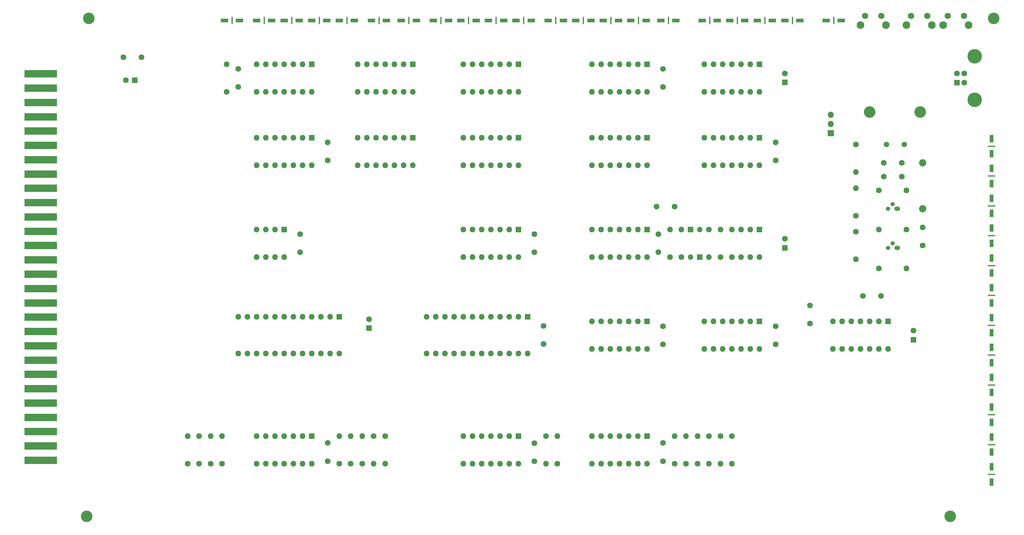
<source format=gts>
G04 #@! TF.GenerationSoftware,KiCad,Pcbnew,(5.1.12)-1*
G04 #@! TF.CreationDate,2023-03-25T16:08:14+00:00*
G04 #@! TF.ProjectId,Decoder,4465636f-6465-4722-9e6b-696361645f70,1*
G04 #@! TF.SameCoordinates,Original*
G04 #@! TF.FileFunction,Soldermask,Top*
G04 #@! TF.FilePolarity,Negative*
%FSLAX46Y46*%
G04 Gerber Fmt 4.6, Leading zero omitted, Abs format (unit mm)*
G04 Created by KiCad (PCBNEW (5.1.12)-1) date 2023-03-25 16:08:14*
%MOMM*%
%LPD*%
G01*
G04 APERTURE LIST*
%ADD10C,3.200000*%
%ADD11R,0.350000X2.000000*%
%ADD12R,2.000000X1.000000*%
%ADD13O,1.700000X1.700000*%
%ADD14R,1.700000X1.700000*%
%ADD15C,2.100000*%
%ADD16C,1.750000*%
%ADD17C,4.000000*%
%ADD18C,1.600000*%
%ADD19R,1.600000X1.600000*%
%ADD20R,2.000000X0.350000*%
%ADD21R,1.000000X2.000000*%
%ADD22R,9.000000X2.000000*%
%ADD23O,1.500000X1.500000*%
%ADD24R,1.500000X1.500000*%
%ADD25C,1.500000*%
%ADD26O,1.200000X1.200000*%
%ADD27O,1.600000X1.200000*%
%ADD28O,2.000000X2.000000*%
%ADD29C,2.000000*%
%ADD30O,1.600000X1.600000*%
G04 APERTURE END LIST*
D10*
G04 #@! TO.C,H906*
X260985000Y-44323000D03*
G04 #@! TD*
G04 #@! TO.C,H905*
X247015000Y-44323000D03*
G04 #@! TD*
D11*
G04 #@! TO.C,D917*
X111320000Y-19050000D03*
D12*
X109220000Y-19050000D03*
X113420000Y-19050000D03*
G04 #@! TD*
D10*
G04 #@! TO.C,H904*
X30480000Y-156210000D03*
G04 #@! TD*
G04 #@! TO.C,H903*
X269240000Y-156210000D03*
G04 #@! TD*
G04 #@! TO.C,H902*
X281305000Y-18415000D03*
G04 #@! TD*
G04 #@! TO.C,H901*
X31115000Y-18415000D03*
G04 #@! TD*
D13*
G04 #@! TO.C,JP901*
X236220000Y-45085000D03*
X236220000Y-47625000D03*
D14*
X236220000Y-50165000D03*
G04 #@! TD*
D11*
G04 #@! TO.C,D921*
X70680000Y-19050000D03*
D12*
X68580000Y-19050000D03*
X72780000Y-19050000D03*
G04 #@! TD*
D11*
G04 #@! TO.C,D920*
X94810000Y-19050000D03*
D12*
X92710000Y-19050000D03*
X96910000Y-19050000D03*
G04 #@! TD*
D11*
G04 #@! TO.C,D919*
X79570000Y-19050000D03*
D12*
X77470000Y-19050000D03*
X81670000Y-19050000D03*
G04 #@! TD*
D11*
G04 #@! TO.C,D918*
X87190000Y-19050000D03*
D12*
X85090000Y-19050000D03*
X89290000Y-19050000D03*
G04 #@! TD*
D11*
G04 #@! TO.C,D916*
X102430000Y-19050000D03*
D12*
X100330000Y-19050000D03*
X104530000Y-19050000D03*
G04 #@! TD*
D11*
G04 #@! TO.C,D915*
X143705000Y-19050000D03*
D12*
X141605000Y-19050000D03*
X145805000Y-19050000D03*
G04 #@! TD*
D11*
G04 #@! TO.C,D914*
X136085000Y-19050000D03*
D12*
X133985000Y-19050000D03*
X138185000Y-19050000D03*
G04 #@! TD*
D11*
G04 #@! TO.C,D913*
X119575000Y-19050000D03*
D12*
X117475000Y-19050000D03*
X121675000Y-19050000D03*
G04 #@! TD*
D11*
G04 #@! TO.C,D912*
X151325000Y-19050000D03*
D12*
X149225000Y-19050000D03*
X153425000Y-19050000D03*
G04 #@! TD*
D11*
G04 #@! TO.C,D911*
X175455000Y-19050000D03*
D12*
X173355000Y-19050000D03*
X177555000Y-19050000D03*
G04 #@! TD*
D11*
G04 #@! TO.C,D910*
X128465000Y-19050000D03*
D12*
X126365000Y-19050000D03*
X130565000Y-19050000D03*
G04 #@! TD*
D11*
G04 #@! TO.C,D909*
X191330000Y-19050000D03*
D12*
X189230000Y-19050000D03*
X193430000Y-19050000D03*
G04 #@! TD*
D11*
G04 #@! TO.C,D908*
X183075000Y-19050000D03*
D12*
X180975000Y-19050000D03*
X185175000Y-19050000D03*
G04 #@! TD*
D11*
G04 #@! TO.C,D907*
X167835000Y-19050000D03*
D12*
X165735000Y-19050000D03*
X169935000Y-19050000D03*
G04 #@! TD*
D11*
G04 #@! TO.C,D906*
X160215000Y-19050000D03*
D12*
X158115000Y-19050000D03*
X162315000Y-19050000D03*
G04 #@! TD*
D11*
G04 #@! TO.C,D905*
X210380000Y-19050000D03*
D12*
X208280000Y-19050000D03*
X212480000Y-19050000D03*
G04 #@! TD*
D11*
G04 #@! TO.C,D904*
X218000000Y-19050000D03*
D12*
X215900000Y-19050000D03*
X220100000Y-19050000D03*
G04 #@! TD*
D11*
G04 #@! TO.C,D903*
X202760000Y-19050000D03*
D12*
X200660000Y-19050000D03*
X204860000Y-19050000D03*
G04 #@! TD*
D11*
G04 #@! TO.C,D902*
X225620000Y-19050000D03*
D12*
X223520000Y-19050000D03*
X227720000Y-19050000D03*
G04 #@! TD*
D11*
G04 #@! TO.C,D901*
X237050000Y-19050000D03*
D12*
X234950000Y-19050000D03*
X239150000Y-19050000D03*
G04 #@! TD*
D15*
G04 #@! TO.C,SW984*
X274300000Y-20270000D03*
D16*
X273050000Y-17780000D03*
X268550000Y-17780000D03*
D15*
X267290000Y-20270000D03*
G04 #@! TD*
G04 #@! TO.C,SW983*
X264140000Y-20270000D03*
D16*
X262890000Y-17780000D03*
X258390000Y-17780000D03*
D15*
X257130000Y-20270000D03*
G04 #@! TD*
G04 #@! TO.C,SW982*
X251440000Y-20270000D03*
D16*
X250190000Y-17780000D03*
X245690000Y-17780000D03*
D15*
X244430000Y-20270000D03*
G04 #@! TD*
D17*
G04 #@! TO.C,J981*
X276005000Y-40945000D03*
X276005000Y-28945000D03*
D18*
X273145000Y-36195000D03*
X273145000Y-33695000D03*
X271145000Y-33695000D03*
D19*
X271145000Y-36195000D03*
G04 #@! TD*
D20*
G04 #@! TO.C,D964*
X280670000Y-111565000D03*
D21*
X280670000Y-109465000D03*
X280670000Y-113665000D03*
G04 #@! TD*
D20*
G04 #@! TO.C,D963*
X280670000Y-103310000D03*
D21*
X280670000Y-101210000D03*
X280670000Y-105410000D03*
G04 #@! TD*
D20*
G04 #@! TO.C,D962*
X280670000Y-95055000D03*
D21*
X280670000Y-92955000D03*
X280670000Y-97155000D03*
G04 #@! TD*
D20*
G04 #@! TO.C,D961*
X280670000Y-86800000D03*
D21*
X280670000Y-84700000D03*
X280670000Y-88900000D03*
G04 #@! TD*
D20*
G04 #@! TO.C,D960*
X280670000Y-78545000D03*
D21*
X280670000Y-76445000D03*
X280670000Y-80645000D03*
G04 #@! TD*
D20*
G04 #@! TO.C,D959*
X280670000Y-70290000D03*
D21*
X280670000Y-68190000D03*
X280670000Y-72390000D03*
G04 #@! TD*
D20*
G04 #@! TO.C,D958*
X280670000Y-62035000D03*
D21*
X280670000Y-59935000D03*
X280670000Y-64135000D03*
G04 #@! TD*
D20*
G04 #@! TO.C,D957*
X280670000Y-53780000D03*
D21*
X280670000Y-51680000D03*
X280670000Y-55880000D03*
G04 #@! TD*
D20*
G04 #@! TO.C,D944*
X280670000Y-144585000D03*
D21*
X280670000Y-142485000D03*
X280670000Y-146685000D03*
G04 #@! TD*
D20*
G04 #@! TO.C,D943*
X280670000Y-136330000D03*
D21*
X280670000Y-134230000D03*
X280670000Y-138430000D03*
G04 #@! TD*
D20*
G04 #@! TO.C,D942*
X280670000Y-128075000D03*
D21*
X280670000Y-125975000D03*
X280670000Y-130175000D03*
G04 #@! TD*
D20*
G04 #@! TO.C,D941*
X280670000Y-119820000D03*
D21*
X280670000Y-117720000D03*
X280670000Y-121920000D03*
G04 #@! TD*
D22*
G04 #@! TO.C,J4A1*
X17780000Y-33760000D03*
X17780000Y-41680000D03*
X17780000Y-45640000D03*
X17780000Y-49600000D03*
X17780000Y-53560000D03*
X17780000Y-57520000D03*
X17780000Y-61480000D03*
X17780000Y-65440000D03*
X17780000Y-69400000D03*
X17780000Y-73360000D03*
X17780000Y-77320000D03*
X17780000Y-81280000D03*
X17780000Y-85240000D03*
X17780000Y-89200000D03*
X17780000Y-93160000D03*
X17780000Y-97120000D03*
X17780000Y-101080000D03*
X17780000Y-105040000D03*
X17780000Y-109000000D03*
X17780000Y-112960000D03*
X17780000Y-116920000D03*
X17780000Y-120880000D03*
X17780000Y-124840000D03*
X17780000Y-128800000D03*
X17780000Y-132760000D03*
X17780000Y-136720000D03*
X17780000Y-140680000D03*
X17780000Y-37720000D03*
G04 #@! TD*
D23*
G04 #@! TO.C,CR2*
X200000000Y-76835000D03*
D24*
X200000000Y-84455000D03*
G04 #@! TD*
D23*
G04 #@! TO.C,CR1*
X197485000Y-84455000D03*
D24*
X197485000Y-76835000D03*
G04 #@! TD*
D25*
G04 #@! TO.C,Y1*
X251640000Y-53340000D03*
X256540000Y-53340000D03*
G04 #@! TD*
D26*
G04 #@! TO.C,Q2*
X252095000Y-81915000D03*
X253365000Y-80645000D03*
D27*
X254635000Y-81915000D03*
G04 #@! TD*
D26*
G04 #@! TO.C,Q1*
X252095000Y-71120000D03*
X253365000Y-69850000D03*
D27*
X254635000Y-71120000D03*
G04 #@! TD*
D28*
G04 #@! TO.C,L1*
X261620000Y-58420000D03*
D29*
X261620000Y-71120000D03*
G04 #@! TD*
D18*
G04 #@! TO.C,C9*
X223520000Y-79415000D03*
D19*
X223520000Y-81915000D03*
G04 #@! TD*
D30*
G04 #@! TO.C,Z20*
X85090000Y-84455000D03*
X77470000Y-76835000D03*
X82550000Y-84455000D03*
X80010000Y-76835000D03*
X80010000Y-84455000D03*
X82550000Y-76835000D03*
X77470000Y-84455000D03*
D19*
X85090000Y-76835000D03*
G04 #@! TD*
D30*
G04 #@! TO.C,Z4*
X216535000Y-84455000D03*
X208915000Y-76835000D03*
X213995000Y-84455000D03*
X211455000Y-76835000D03*
X211455000Y-84455000D03*
X213995000Y-76835000D03*
X208915000Y-84455000D03*
D19*
X216535000Y-76835000D03*
G04 #@! TD*
D18*
G04 #@! TO.C,C26*
X97155000Y-140890000D03*
X97155000Y-135890000D03*
G04 #@! TD*
G04 #@! TO.C,C25*
X154305000Y-135970000D03*
X154305000Y-140970000D03*
G04 #@! TD*
G04 #@! TO.C,C24*
X189865000Y-135890000D03*
X189865000Y-140890000D03*
G04 #@! TD*
G04 #@! TO.C,C23*
X188595000Y-78105000D03*
X188595000Y-83105000D03*
G04 #@! TD*
G04 #@! TO.C,C22*
X250110000Y-95250000D03*
X245110000Y-95250000D03*
G04 #@! TD*
G04 #@! TO.C,C21*
X230505000Y-97870000D03*
X230505000Y-102870000D03*
G04 #@! TD*
G04 #@! TO.C,C20*
X41315000Y-35560000D03*
D19*
X43815000Y-35560000D03*
G04 #@! TD*
D18*
G04 #@! TO.C,C19*
X45640000Y-29210000D03*
X40640000Y-29210000D03*
G04 #@! TD*
G04 #@! TO.C,C17*
X72390000Y-37385000D03*
X72390000Y-32385000D03*
G04 #@! TD*
G04 #@! TO.C,C16*
X189865000Y-32385000D03*
X189865000Y-37385000D03*
G04 #@! TD*
G04 #@! TO.C,C15*
X223520000Y-33655000D03*
D19*
X223520000Y-36155000D03*
G04 #@! TD*
D18*
G04 #@! TO.C,C14*
X97155000Y-57705000D03*
X97155000Y-52705000D03*
G04 #@! TD*
G04 #@! TO.C,C13*
X220980000Y-52705000D03*
X220980000Y-57705000D03*
G04 #@! TD*
G04 #@! TO.C,C12*
X89535000Y-83105000D03*
X89535000Y-78105000D03*
G04 #@! TD*
G04 #@! TO.C,C11*
X154305000Y-83105000D03*
X154305000Y-78105000D03*
G04 #@! TD*
G04 #@! TO.C,C10*
X188040000Y-70485000D03*
X193040000Y-70485000D03*
G04 #@! TD*
G04 #@! TO.C,C8*
X108585000Y-101640000D03*
D19*
X108585000Y-104140000D03*
G04 #@! TD*
D18*
G04 #@! TO.C,C7*
X156845000Y-108505000D03*
X156845000Y-103505000D03*
G04 #@! TD*
G04 #@! TO.C,C6*
X189865000Y-108585000D03*
X189865000Y-103585000D03*
G04 #@! TD*
G04 #@! TO.C,C5*
X220980000Y-108585000D03*
X220980000Y-103585000D03*
G04 #@! TD*
G04 #@! TO.C,C4*
X259080000Y-104815000D03*
D19*
X259080000Y-107315000D03*
G04 #@! TD*
D18*
G04 #@! TO.C,C3*
X261620000Y-76280000D03*
X261620000Y-81280000D03*
G04 #@! TD*
G04 #@! TO.C,C2*
X250905000Y-62230000D03*
X255905000Y-62230000D03*
G04 #@! TD*
G04 #@! TO.C,C1*
X255905000Y-58420000D03*
X250905000Y-58420000D03*
G04 #@! TD*
D30*
G04 #@! TO.C,R3*
X257175000Y-87630000D03*
D18*
X249555000Y-87630000D03*
G04 #@! TD*
D30*
G04 #@! TO.C,R28*
X69215000Y-31115000D03*
D18*
X69215000Y-38735000D03*
G04 #@! TD*
D30*
G04 #@! TO.C,R27*
X58420000Y-133985000D03*
D18*
X58420000Y-141605000D03*
G04 #@! TD*
D30*
G04 #@! TO.C,R26*
X61595000Y-133985000D03*
D18*
X61595000Y-141605000D03*
G04 #@! TD*
D30*
G04 #@! TO.C,R25*
X64770000Y-133985000D03*
D18*
X64770000Y-141605000D03*
G04 #@! TD*
D30*
G04 #@! TO.C,R24*
X67945000Y-133985000D03*
D18*
X67945000Y-141605000D03*
G04 #@! TD*
D30*
G04 #@! TO.C,R23*
X100330000Y-133985000D03*
D18*
X100330000Y-141605000D03*
G04 #@! TD*
D30*
G04 #@! TO.C,R22*
X103505000Y-133985000D03*
D18*
X103505000Y-141605000D03*
G04 #@! TD*
D30*
G04 #@! TO.C,R21*
X106680000Y-133985000D03*
D18*
X106680000Y-141605000D03*
G04 #@! TD*
D30*
G04 #@! TO.C,R20*
X109855000Y-141605000D03*
D18*
X109855000Y-133985000D03*
G04 #@! TD*
D30*
G04 #@! TO.C,R19*
X113030000Y-141605000D03*
D18*
X113030000Y-133985000D03*
G04 #@! TD*
D30*
G04 #@! TO.C,R18*
X157480000Y-141605000D03*
D18*
X157480000Y-133985000D03*
G04 #@! TD*
D30*
G04 #@! TO.C,R17*
X160655000Y-133985000D03*
D18*
X160655000Y-141605000D03*
G04 #@! TD*
D30*
G04 #@! TO.C,R16*
X193040000Y-133985000D03*
D18*
X193040000Y-141605000D03*
G04 #@! TD*
D30*
G04 #@! TO.C,R15*
X196215000Y-133985000D03*
D18*
X196215000Y-141605000D03*
G04 #@! TD*
D30*
G04 #@! TO.C,R14*
X199390000Y-133985000D03*
D18*
X199390000Y-141605000D03*
G04 #@! TD*
D30*
G04 #@! TO.C,R13*
X202565000Y-141605000D03*
D18*
X202565000Y-133985000D03*
G04 #@! TD*
D30*
G04 #@! TO.C,R12*
X205740000Y-141605000D03*
D18*
X205740000Y-133985000D03*
G04 #@! TD*
D30*
G04 #@! TO.C,R11*
X208915000Y-141605000D03*
D18*
X208915000Y-133985000D03*
G04 #@! TD*
D30*
G04 #@! TO.C,R10*
X191770000Y-76835000D03*
D18*
X191770000Y-84455000D03*
G04 #@! TD*
D30*
G04 #@! TO.C,R9*
X194945000Y-76835000D03*
D18*
X194945000Y-84455000D03*
G04 #@! TD*
D30*
G04 #@! TO.C,R8*
X202565000Y-84455000D03*
D18*
X202565000Y-76835000D03*
G04 #@! TD*
D30*
G04 #@! TO.C,R7*
X205740000Y-76835000D03*
D18*
X205740000Y-84455000D03*
G04 #@! TD*
D30*
G04 #@! TO.C,R6*
X243205000Y-85090000D03*
D18*
X243205000Y-77470000D03*
G04 #@! TD*
D30*
G04 #@! TO.C,R5*
X243205000Y-65405000D03*
D18*
X243205000Y-73025000D03*
G04 #@! TD*
D30*
G04 #@! TO.C,R4*
X243205000Y-60960000D03*
D18*
X243205000Y-53340000D03*
G04 #@! TD*
D30*
G04 #@! TO.C,R2*
X249555000Y-76835000D03*
D18*
X257175000Y-76835000D03*
G04 #@! TD*
D30*
G04 #@! TO.C,R1*
X257175000Y-66040000D03*
D18*
X249555000Y-66040000D03*
G04 #@! TD*
D30*
G04 #@! TO.C,Z22*
X92710000Y-141605000D03*
X77470000Y-133985000D03*
X90170000Y-141605000D03*
X80010000Y-133985000D03*
X87630000Y-141605000D03*
X82550000Y-133985000D03*
X85090000Y-141605000D03*
X85090000Y-133985000D03*
X82550000Y-141605000D03*
X87630000Y-133985000D03*
X80010000Y-141605000D03*
X90170000Y-133985000D03*
X77470000Y-141605000D03*
D19*
X92710000Y-133985000D03*
G04 #@! TD*
D30*
G04 #@! TO.C,Z21*
X100330000Y-111125000D03*
X72390000Y-100965000D03*
X97790000Y-111125000D03*
X74930000Y-100965000D03*
X95250000Y-111125000D03*
X77470000Y-100965000D03*
X92710000Y-111125000D03*
X80010000Y-100965000D03*
X90170000Y-111125000D03*
X82550000Y-100965000D03*
X87630000Y-111125000D03*
X85090000Y-100965000D03*
X85090000Y-111125000D03*
X87630000Y-100965000D03*
X82550000Y-111125000D03*
X90170000Y-100965000D03*
X80010000Y-111125000D03*
X92710000Y-100965000D03*
X77470000Y-111125000D03*
X95250000Y-100965000D03*
X74930000Y-111125000D03*
X97790000Y-100965000D03*
X72390000Y-111125000D03*
D19*
X100330000Y-100965000D03*
G04 #@! TD*
D30*
G04 #@! TO.C,Z19*
X92710000Y-59055000D03*
X77470000Y-51435000D03*
X90170000Y-59055000D03*
X80010000Y-51435000D03*
X87630000Y-59055000D03*
X82550000Y-51435000D03*
X85090000Y-59055000D03*
X85090000Y-51435000D03*
X82550000Y-59055000D03*
X87630000Y-51435000D03*
X80010000Y-59055000D03*
X90170000Y-51435000D03*
X77470000Y-59055000D03*
D19*
X92710000Y-51435000D03*
G04 #@! TD*
D30*
G04 #@! TO.C,Z18*
X92710000Y-38735000D03*
X77470000Y-31115000D03*
X90170000Y-38735000D03*
X80010000Y-31115000D03*
X87630000Y-38735000D03*
X82550000Y-31115000D03*
X85090000Y-38735000D03*
X85090000Y-31115000D03*
X82550000Y-38735000D03*
X87630000Y-31115000D03*
X80010000Y-38735000D03*
X90170000Y-31115000D03*
X77470000Y-38735000D03*
D19*
X92710000Y-31115000D03*
G04 #@! TD*
D30*
G04 #@! TO.C,Z17*
X120650000Y-59055000D03*
X105410000Y-51435000D03*
X118110000Y-59055000D03*
X107950000Y-51435000D03*
X115570000Y-59055000D03*
X110490000Y-51435000D03*
X113030000Y-59055000D03*
X113030000Y-51435000D03*
X110490000Y-59055000D03*
X115570000Y-51435000D03*
X107950000Y-59055000D03*
X118110000Y-51435000D03*
X105410000Y-59055000D03*
D19*
X120650000Y-51435000D03*
G04 #@! TD*
D30*
G04 #@! TO.C,Z16*
X120650000Y-38735000D03*
X105410000Y-31115000D03*
X118110000Y-38735000D03*
X107950000Y-31115000D03*
X115570000Y-38735000D03*
X110490000Y-31115000D03*
X113030000Y-38735000D03*
X113030000Y-31115000D03*
X110490000Y-38735000D03*
X115570000Y-31115000D03*
X107950000Y-38735000D03*
X118110000Y-31115000D03*
X105410000Y-38735000D03*
D19*
X120650000Y-31115000D03*
G04 #@! TD*
D30*
G04 #@! TO.C,Z15*
X149860000Y-141605000D03*
X134620000Y-133985000D03*
X147320000Y-141605000D03*
X137160000Y-133985000D03*
X144780000Y-141605000D03*
X139700000Y-133985000D03*
X142240000Y-141605000D03*
X142240000Y-133985000D03*
X139700000Y-141605000D03*
X144780000Y-133985000D03*
X137160000Y-141605000D03*
X147320000Y-133985000D03*
X134620000Y-141605000D03*
D19*
X149860000Y-133985000D03*
G04 #@! TD*
D30*
G04 #@! TO.C,Z14*
X152400000Y-111125000D03*
X124460000Y-100965000D03*
X149860000Y-111125000D03*
X127000000Y-100965000D03*
X147320000Y-111125000D03*
X129540000Y-100965000D03*
X144780000Y-111125000D03*
X132080000Y-100965000D03*
X142240000Y-111125000D03*
X134620000Y-100965000D03*
X139700000Y-111125000D03*
X137160000Y-100965000D03*
X137160000Y-111125000D03*
X139700000Y-100965000D03*
X134620000Y-111125000D03*
X142240000Y-100965000D03*
X132080000Y-111125000D03*
X144780000Y-100965000D03*
X129540000Y-111125000D03*
X147320000Y-100965000D03*
X127000000Y-111125000D03*
X149860000Y-100965000D03*
X124460000Y-111125000D03*
D19*
X152400000Y-100965000D03*
G04 #@! TD*
D30*
G04 #@! TO.C,Z13*
X149860000Y-84455000D03*
X134620000Y-76835000D03*
X147320000Y-84455000D03*
X137160000Y-76835000D03*
X144780000Y-84455000D03*
X139700000Y-76835000D03*
X142240000Y-84455000D03*
X142240000Y-76835000D03*
X139700000Y-84455000D03*
X144780000Y-76835000D03*
X137160000Y-84455000D03*
X147320000Y-76835000D03*
X134620000Y-84455000D03*
D19*
X149860000Y-76835000D03*
G04 #@! TD*
D30*
G04 #@! TO.C,Z12*
X149860000Y-59055000D03*
X134620000Y-51435000D03*
X147320000Y-59055000D03*
X137160000Y-51435000D03*
X144780000Y-59055000D03*
X139700000Y-51435000D03*
X142240000Y-59055000D03*
X142240000Y-51435000D03*
X139700000Y-59055000D03*
X144780000Y-51435000D03*
X137160000Y-59055000D03*
X147320000Y-51435000D03*
X134620000Y-59055000D03*
D19*
X149860000Y-51435000D03*
G04 #@! TD*
D30*
G04 #@! TO.C,Z11*
X149860000Y-38735000D03*
X134620000Y-31115000D03*
X147320000Y-38735000D03*
X137160000Y-31115000D03*
X144780000Y-38735000D03*
X139700000Y-31115000D03*
X142240000Y-38735000D03*
X142240000Y-31115000D03*
X139700000Y-38735000D03*
X144780000Y-31115000D03*
X137160000Y-38735000D03*
X147320000Y-31115000D03*
X134620000Y-38735000D03*
D19*
X149860000Y-31115000D03*
G04 #@! TD*
D30*
G04 #@! TO.C,Z10*
X185420000Y-141605000D03*
X170180000Y-133985000D03*
X182880000Y-141605000D03*
X172720000Y-133985000D03*
X180340000Y-141605000D03*
X175260000Y-133985000D03*
X177800000Y-141605000D03*
X177800000Y-133985000D03*
X175260000Y-141605000D03*
X180340000Y-133985000D03*
X172720000Y-141605000D03*
X182880000Y-133985000D03*
X170180000Y-141605000D03*
D19*
X185420000Y-133985000D03*
G04 #@! TD*
D30*
G04 #@! TO.C,Z9*
X185420000Y-109855000D03*
X170180000Y-102235000D03*
X182880000Y-109855000D03*
X172720000Y-102235000D03*
X180340000Y-109855000D03*
X175260000Y-102235000D03*
X177800000Y-109855000D03*
X177800000Y-102235000D03*
X175260000Y-109855000D03*
X180340000Y-102235000D03*
X172720000Y-109855000D03*
X182880000Y-102235000D03*
X170180000Y-109855000D03*
D19*
X185420000Y-102235000D03*
G04 #@! TD*
D30*
G04 #@! TO.C,Z7*
X185420000Y-59055000D03*
X170180000Y-51435000D03*
X182880000Y-59055000D03*
X172720000Y-51435000D03*
X180340000Y-59055000D03*
X175260000Y-51435000D03*
X177800000Y-59055000D03*
X177800000Y-51435000D03*
X175260000Y-59055000D03*
X180340000Y-51435000D03*
X172720000Y-59055000D03*
X182880000Y-51435000D03*
X170180000Y-59055000D03*
D19*
X185420000Y-51435000D03*
G04 #@! TD*
D30*
G04 #@! TO.C,Z6*
X185420000Y-38735000D03*
X170180000Y-31115000D03*
X182880000Y-38735000D03*
X172720000Y-31115000D03*
X180340000Y-38735000D03*
X175260000Y-31115000D03*
X177800000Y-38735000D03*
X177800000Y-31115000D03*
X175260000Y-38735000D03*
X180340000Y-31115000D03*
X172720000Y-38735000D03*
X182880000Y-31115000D03*
X170180000Y-38735000D03*
D19*
X185420000Y-31115000D03*
G04 #@! TD*
D30*
G04 #@! TO.C,Z5*
X216535000Y-109855000D03*
X201295000Y-102235000D03*
X213995000Y-109855000D03*
X203835000Y-102235000D03*
X211455000Y-109855000D03*
X206375000Y-102235000D03*
X208915000Y-109855000D03*
X208915000Y-102235000D03*
X206375000Y-109855000D03*
X211455000Y-102235000D03*
X203835000Y-109855000D03*
X213995000Y-102235000D03*
X201295000Y-109855000D03*
D19*
X216535000Y-102235000D03*
G04 #@! TD*
D30*
G04 #@! TO.C,Z3*
X216535000Y-59055000D03*
X201295000Y-51435000D03*
X213995000Y-59055000D03*
X203835000Y-51435000D03*
X211455000Y-59055000D03*
X206375000Y-51435000D03*
X208915000Y-59055000D03*
X208915000Y-51435000D03*
X206375000Y-59055000D03*
X211455000Y-51435000D03*
X203835000Y-59055000D03*
X213995000Y-51435000D03*
X201295000Y-59055000D03*
D19*
X216535000Y-51435000D03*
G04 #@! TD*
D30*
G04 #@! TO.C,Z2*
X216535000Y-38735000D03*
X201295000Y-31115000D03*
X213995000Y-38735000D03*
X203835000Y-31115000D03*
X211455000Y-38735000D03*
X206375000Y-31115000D03*
X208915000Y-38735000D03*
X208915000Y-31115000D03*
X206375000Y-38735000D03*
X211455000Y-31115000D03*
X203835000Y-38735000D03*
X213995000Y-31115000D03*
X201295000Y-38735000D03*
D19*
X216535000Y-31115000D03*
G04 #@! TD*
D30*
G04 #@! TO.C,Z1*
X252095000Y-109855000D03*
X236855000Y-102235000D03*
X249555000Y-109855000D03*
X239395000Y-102235000D03*
X247015000Y-109855000D03*
X241935000Y-102235000D03*
X244475000Y-109855000D03*
X244475000Y-102235000D03*
X241935000Y-109855000D03*
X247015000Y-102235000D03*
X239395000Y-109855000D03*
X249555000Y-102235000D03*
X236855000Y-109855000D03*
D19*
X252095000Y-102235000D03*
G04 #@! TD*
D30*
G04 #@! TO.C,Z8*
X185420000Y-84455000D03*
X170180000Y-76835000D03*
X182880000Y-84455000D03*
X172720000Y-76835000D03*
X180340000Y-84455000D03*
X175260000Y-76835000D03*
X177800000Y-84455000D03*
X177800000Y-76835000D03*
X175260000Y-84455000D03*
X180340000Y-76835000D03*
X172720000Y-84455000D03*
X182880000Y-76835000D03*
X170180000Y-84455000D03*
D19*
X185420000Y-76835000D03*
G04 #@! TD*
M02*

</source>
